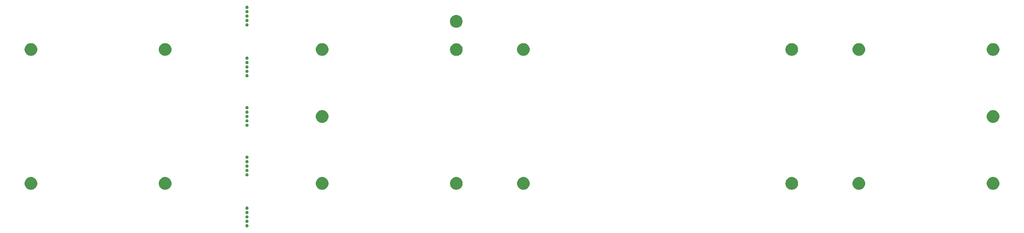
<source format=gbr>
G04 #@! TF.GenerationSoftware,KiCad,Pcbnew,(5.1.2-1)-1*
G04 #@! TF.CreationDate,2020-05-24T08:14:27-05:00*
G04 #@! TF.ProjectId,therick48.16SP_bottom_plate,74686572-6963-46b3-9438-2e313653505f,rev?*
G04 #@! TF.SameCoordinates,Original*
G04 #@! TF.FileFunction,Soldermask,Bot*
G04 #@! TF.FilePolarity,Negative*
%FSLAX46Y46*%
G04 Gerber Fmt 4.6, Leading zero omitted, Abs format (unit mm)*
G04 Created by KiCad (PCBNEW (5.1.2-1)-1) date 2020-05-24 08:14:27*
%MOMM*%
%LPD*%
G04 APERTURE LIST*
%ADD10C,0.100000*%
G04 APERTURE END LIST*
D10*
G36*
X143771552Y-109226331D02*
G01*
X143853627Y-109260328D01*
X143853629Y-109260329D01*
X143890813Y-109285175D01*
X143927495Y-109309685D01*
X143990315Y-109372505D01*
X144039672Y-109446373D01*
X144073669Y-109528448D01*
X144091000Y-109615579D01*
X144091000Y-109704421D01*
X144073669Y-109791552D01*
X144039672Y-109873627D01*
X144039671Y-109873629D01*
X143990314Y-109947496D01*
X143927496Y-110010314D01*
X143853629Y-110059671D01*
X143853628Y-110059672D01*
X143853627Y-110059672D01*
X143771552Y-110093669D01*
X143684421Y-110111000D01*
X143595579Y-110111000D01*
X143508448Y-110093669D01*
X143426373Y-110059672D01*
X143426372Y-110059672D01*
X143426371Y-110059671D01*
X143352504Y-110010314D01*
X143289686Y-109947496D01*
X143240329Y-109873629D01*
X143240328Y-109873627D01*
X143206331Y-109791552D01*
X143189000Y-109704421D01*
X143189000Y-109615579D01*
X143206331Y-109528448D01*
X143240328Y-109446373D01*
X143289685Y-109372505D01*
X143352505Y-109309685D01*
X143389187Y-109285175D01*
X143426371Y-109260329D01*
X143426373Y-109260328D01*
X143508448Y-109226331D01*
X143595579Y-109209000D01*
X143684421Y-109209000D01*
X143771552Y-109226331D01*
X143771552Y-109226331D01*
G37*
G36*
X143771552Y-107976331D02*
G01*
X143853627Y-108010328D01*
X143853629Y-108010329D01*
X143890813Y-108035175D01*
X143927495Y-108059685D01*
X143990315Y-108122505D01*
X144039672Y-108196373D01*
X144073669Y-108278448D01*
X144091000Y-108365579D01*
X144091000Y-108454421D01*
X144073669Y-108541552D01*
X144039672Y-108623627D01*
X144039671Y-108623629D01*
X143990314Y-108697496D01*
X143927496Y-108760314D01*
X143853629Y-108809671D01*
X143853628Y-108809672D01*
X143853627Y-108809672D01*
X143771552Y-108843669D01*
X143684421Y-108861000D01*
X143595579Y-108861000D01*
X143508448Y-108843669D01*
X143426373Y-108809672D01*
X143426372Y-108809672D01*
X143426371Y-108809671D01*
X143352504Y-108760314D01*
X143289686Y-108697496D01*
X143240329Y-108623629D01*
X143240328Y-108623627D01*
X143206331Y-108541552D01*
X143189000Y-108454421D01*
X143189000Y-108365579D01*
X143206331Y-108278448D01*
X143240328Y-108196373D01*
X143289685Y-108122505D01*
X143352505Y-108059685D01*
X143389187Y-108035175D01*
X143426371Y-108010329D01*
X143426373Y-108010328D01*
X143508448Y-107976331D01*
X143595579Y-107959000D01*
X143684421Y-107959000D01*
X143771552Y-107976331D01*
X143771552Y-107976331D01*
G37*
G36*
X143771552Y-106726331D02*
G01*
X143853627Y-106760328D01*
X143853629Y-106760329D01*
X143890813Y-106785175D01*
X143927495Y-106809685D01*
X143990315Y-106872505D01*
X144039672Y-106946373D01*
X144073669Y-107028448D01*
X144091000Y-107115579D01*
X144091000Y-107204421D01*
X144073669Y-107291552D01*
X144039672Y-107373627D01*
X144039671Y-107373629D01*
X143990314Y-107447496D01*
X143927496Y-107510314D01*
X143853629Y-107559671D01*
X143853628Y-107559672D01*
X143853627Y-107559672D01*
X143771552Y-107593669D01*
X143684421Y-107611000D01*
X143595579Y-107611000D01*
X143508448Y-107593669D01*
X143426373Y-107559672D01*
X143426372Y-107559672D01*
X143426371Y-107559671D01*
X143352504Y-107510314D01*
X143289686Y-107447496D01*
X143240329Y-107373629D01*
X143240328Y-107373627D01*
X143206331Y-107291552D01*
X143189000Y-107204421D01*
X143189000Y-107115579D01*
X143206331Y-107028448D01*
X143240328Y-106946373D01*
X143289685Y-106872505D01*
X143352505Y-106809685D01*
X143389187Y-106785175D01*
X143426371Y-106760329D01*
X143426373Y-106760328D01*
X143508448Y-106726331D01*
X143595579Y-106709000D01*
X143684421Y-106709000D01*
X143771552Y-106726331D01*
X143771552Y-106726331D01*
G37*
G36*
X143771552Y-105476331D02*
G01*
X143853627Y-105510328D01*
X143853629Y-105510329D01*
X143890813Y-105535175D01*
X143927495Y-105559685D01*
X143990315Y-105622505D01*
X144039672Y-105696373D01*
X144073669Y-105778448D01*
X144091000Y-105865579D01*
X144091000Y-105954421D01*
X144073669Y-106041552D01*
X144039672Y-106123627D01*
X144039671Y-106123629D01*
X143990314Y-106197496D01*
X143927496Y-106260314D01*
X143853629Y-106309671D01*
X143853628Y-106309672D01*
X143853627Y-106309672D01*
X143771552Y-106343669D01*
X143684421Y-106361000D01*
X143595579Y-106361000D01*
X143508448Y-106343669D01*
X143426373Y-106309672D01*
X143426372Y-106309672D01*
X143426371Y-106309671D01*
X143352504Y-106260314D01*
X143289686Y-106197496D01*
X143240329Y-106123629D01*
X143240328Y-106123627D01*
X143206331Y-106041552D01*
X143189000Y-105954421D01*
X143189000Y-105865579D01*
X143206331Y-105778448D01*
X143240328Y-105696373D01*
X143289685Y-105622505D01*
X143352505Y-105559685D01*
X143389187Y-105535175D01*
X143426371Y-105510329D01*
X143426373Y-105510328D01*
X143508448Y-105476331D01*
X143595579Y-105459000D01*
X143684421Y-105459000D01*
X143771552Y-105476331D01*
X143771552Y-105476331D01*
G37*
G36*
X143771552Y-104226331D02*
G01*
X143853627Y-104260328D01*
X143853629Y-104260329D01*
X143890813Y-104285175D01*
X143927495Y-104309685D01*
X143990315Y-104372505D01*
X144039672Y-104446373D01*
X144073669Y-104528448D01*
X144091000Y-104615579D01*
X144091000Y-104704421D01*
X144073669Y-104791552D01*
X144039672Y-104873627D01*
X144039671Y-104873629D01*
X143990314Y-104947496D01*
X143927496Y-105010314D01*
X143853629Y-105059671D01*
X143853628Y-105059672D01*
X143853627Y-105059672D01*
X143771552Y-105093669D01*
X143684421Y-105111000D01*
X143595579Y-105111000D01*
X143508448Y-105093669D01*
X143426373Y-105059672D01*
X143426372Y-105059672D01*
X143426371Y-105059671D01*
X143352504Y-105010314D01*
X143289686Y-104947496D01*
X143240329Y-104873629D01*
X143240328Y-104873627D01*
X143206331Y-104791552D01*
X143189000Y-104704421D01*
X143189000Y-104615579D01*
X143206331Y-104528448D01*
X143240328Y-104446373D01*
X143289685Y-104372505D01*
X143352505Y-104309685D01*
X143389187Y-104285175D01*
X143426371Y-104260329D01*
X143426373Y-104260328D01*
X143508448Y-104226331D01*
X143595579Y-104209000D01*
X143684421Y-104209000D01*
X143771552Y-104226331D01*
X143771552Y-104226331D01*
G37*
G36*
X165445331Y-95928211D02*
G01*
X165773092Y-96063974D01*
X166068070Y-96261072D01*
X166318928Y-96511930D01*
X166516026Y-96806908D01*
X166651789Y-97134669D01*
X166721000Y-97482616D01*
X166721000Y-97837384D01*
X166651789Y-98185331D01*
X166516026Y-98513092D01*
X166318928Y-98808070D01*
X166068070Y-99058928D01*
X165773092Y-99256026D01*
X165445331Y-99391789D01*
X165097384Y-99461000D01*
X164742616Y-99461000D01*
X164394669Y-99391789D01*
X164066908Y-99256026D01*
X163771930Y-99058928D01*
X163521072Y-98808070D01*
X163323974Y-98513092D01*
X163188211Y-98185331D01*
X163119000Y-97837384D01*
X163119000Y-97482616D01*
X163188211Y-97134669D01*
X163323974Y-96806908D01*
X163521072Y-96511930D01*
X163771930Y-96261072D01*
X164066908Y-96063974D01*
X164394669Y-95928211D01*
X164742616Y-95859000D01*
X165097384Y-95859000D01*
X165445331Y-95928211D01*
X165445331Y-95928211D01*
G37*
G36*
X120985322Y-95928211D02*
G01*
X121313083Y-96063974D01*
X121608061Y-96261072D01*
X121858919Y-96511930D01*
X122056017Y-96806908D01*
X122191780Y-97134669D01*
X122260991Y-97482616D01*
X122260991Y-97837384D01*
X122191780Y-98185331D01*
X122056017Y-98513092D01*
X121858919Y-98808070D01*
X121608061Y-99058928D01*
X121313083Y-99256026D01*
X120985322Y-99391789D01*
X120637375Y-99461000D01*
X120282607Y-99461000D01*
X119934660Y-99391789D01*
X119606899Y-99256026D01*
X119311921Y-99058928D01*
X119061063Y-98808070D01*
X118863965Y-98513092D01*
X118728202Y-98185331D01*
X118658991Y-97837384D01*
X118658991Y-97482616D01*
X118728202Y-97134669D01*
X118863965Y-96806908D01*
X119061063Y-96511930D01*
X119311921Y-96261072D01*
X119606899Y-96063974D01*
X119934660Y-95928211D01*
X120282607Y-95859000D01*
X120637375Y-95859000D01*
X120985322Y-95928211D01*
X120985322Y-95928211D01*
G37*
G36*
X82985322Y-95928211D02*
G01*
X83313083Y-96063974D01*
X83608061Y-96261072D01*
X83858919Y-96511930D01*
X84056017Y-96806908D01*
X84191780Y-97134669D01*
X84260991Y-97482616D01*
X84260991Y-97837384D01*
X84191780Y-98185331D01*
X84056017Y-98513092D01*
X83858919Y-98808070D01*
X83608061Y-99058928D01*
X83313083Y-99256026D01*
X82985322Y-99391789D01*
X82637375Y-99461000D01*
X82282607Y-99461000D01*
X81934660Y-99391789D01*
X81606899Y-99256026D01*
X81311921Y-99058928D01*
X81061063Y-98808070D01*
X80863965Y-98513092D01*
X80728202Y-98185331D01*
X80658991Y-97837384D01*
X80658991Y-97482616D01*
X80728202Y-97134669D01*
X80863965Y-96806908D01*
X81061063Y-96511930D01*
X81311921Y-96261072D01*
X81606899Y-96063974D01*
X81934660Y-95928211D01*
X82282607Y-95859000D01*
X82637375Y-95859000D01*
X82985322Y-95928211D01*
X82985322Y-95928211D01*
G37*
G36*
X203445331Y-95928211D02*
G01*
X203773092Y-96063974D01*
X204068070Y-96261072D01*
X204318928Y-96511930D01*
X204516026Y-96806908D01*
X204651789Y-97134669D01*
X204721000Y-97482616D01*
X204721000Y-97837384D01*
X204651789Y-98185331D01*
X204516026Y-98513092D01*
X204318928Y-98808070D01*
X204068070Y-99058928D01*
X203773092Y-99256026D01*
X203445331Y-99391789D01*
X203097384Y-99461000D01*
X202742616Y-99461000D01*
X202394669Y-99391789D01*
X202066908Y-99256026D01*
X201771930Y-99058928D01*
X201521072Y-98808070D01*
X201323974Y-98513092D01*
X201188211Y-98185331D01*
X201119000Y-97837384D01*
X201119000Y-97482616D01*
X201188211Y-97134669D01*
X201323974Y-96806908D01*
X201521072Y-96511930D01*
X201771930Y-96261072D01*
X202066908Y-96063974D01*
X202394669Y-95928211D01*
X202742616Y-95859000D01*
X203097384Y-95859000D01*
X203445331Y-95928211D01*
X203445331Y-95928211D01*
G37*
G36*
X317445331Y-95928211D02*
G01*
X317773092Y-96063974D01*
X318068070Y-96261072D01*
X318318928Y-96511930D01*
X318516026Y-96806908D01*
X318651789Y-97134669D01*
X318721000Y-97482616D01*
X318721000Y-97837384D01*
X318651789Y-98185331D01*
X318516026Y-98513092D01*
X318318928Y-98808070D01*
X318068070Y-99058928D01*
X317773092Y-99256026D01*
X317445331Y-99391789D01*
X317097384Y-99461000D01*
X316742616Y-99461000D01*
X316394669Y-99391789D01*
X316066908Y-99256026D01*
X315771930Y-99058928D01*
X315521072Y-98808070D01*
X315323974Y-98513092D01*
X315188211Y-98185331D01*
X315119000Y-97837384D01*
X315119000Y-97482616D01*
X315188211Y-97134669D01*
X315323974Y-96806908D01*
X315521072Y-96511930D01*
X315771930Y-96261072D01*
X316066908Y-96063974D01*
X316394669Y-95928211D01*
X316742616Y-95859000D01*
X317097384Y-95859000D01*
X317445331Y-95928211D01*
X317445331Y-95928211D01*
G37*
G36*
X222445331Y-95928211D02*
G01*
X222773092Y-96063974D01*
X223068070Y-96261072D01*
X223318928Y-96511930D01*
X223516026Y-96806908D01*
X223651789Y-97134669D01*
X223721000Y-97482616D01*
X223721000Y-97837384D01*
X223651789Y-98185331D01*
X223516026Y-98513092D01*
X223318928Y-98808070D01*
X223068070Y-99058928D01*
X222773092Y-99256026D01*
X222445331Y-99391789D01*
X222097384Y-99461000D01*
X221742616Y-99461000D01*
X221394669Y-99391789D01*
X221066908Y-99256026D01*
X220771930Y-99058928D01*
X220521072Y-98808070D01*
X220323974Y-98513092D01*
X220188211Y-98185331D01*
X220119000Y-97837384D01*
X220119000Y-97482616D01*
X220188211Y-97134669D01*
X220323974Y-96806908D01*
X220521072Y-96511930D01*
X220771930Y-96261072D01*
X221066908Y-96063974D01*
X221394669Y-95928211D01*
X221742616Y-95859000D01*
X222097384Y-95859000D01*
X222445331Y-95928211D01*
X222445331Y-95928211D01*
G37*
G36*
X298445331Y-95928211D02*
G01*
X298773092Y-96063974D01*
X299068070Y-96261072D01*
X299318928Y-96511930D01*
X299516026Y-96806908D01*
X299651789Y-97134669D01*
X299721000Y-97482616D01*
X299721000Y-97837384D01*
X299651789Y-98185331D01*
X299516026Y-98513092D01*
X299318928Y-98808070D01*
X299068070Y-99058928D01*
X298773092Y-99256026D01*
X298445331Y-99391789D01*
X298097384Y-99461000D01*
X297742616Y-99461000D01*
X297394669Y-99391789D01*
X297066908Y-99256026D01*
X296771930Y-99058928D01*
X296521072Y-98808070D01*
X296323974Y-98513092D01*
X296188211Y-98185331D01*
X296119000Y-97837384D01*
X296119000Y-97482616D01*
X296188211Y-97134669D01*
X296323974Y-96806908D01*
X296521072Y-96511930D01*
X296771930Y-96261072D01*
X297066908Y-96063974D01*
X297394669Y-95928211D01*
X297742616Y-95859000D01*
X298097384Y-95859000D01*
X298445331Y-95928211D01*
X298445331Y-95928211D01*
G37*
G36*
X355445331Y-95928211D02*
G01*
X355773092Y-96063974D01*
X356068070Y-96261072D01*
X356318928Y-96511930D01*
X356516026Y-96806908D01*
X356651789Y-97134669D01*
X356721000Y-97482616D01*
X356721000Y-97837384D01*
X356651789Y-98185331D01*
X356516026Y-98513092D01*
X356318928Y-98808070D01*
X356068070Y-99058928D01*
X355773092Y-99256026D01*
X355445331Y-99391789D01*
X355097384Y-99461000D01*
X354742616Y-99461000D01*
X354394669Y-99391789D01*
X354066908Y-99256026D01*
X353771930Y-99058928D01*
X353521072Y-98808070D01*
X353323974Y-98513092D01*
X353188211Y-98185331D01*
X353119000Y-97837384D01*
X353119000Y-97482616D01*
X353188211Y-97134669D01*
X353323974Y-96806908D01*
X353521072Y-96511930D01*
X353771930Y-96261072D01*
X354066908Y-96063974D01*
X354394669Y-95928211D01*
X354742616Y-95859000D01*
X355097384Y-95859000D01*
X355445331Y-95928211D01*
X355445331Y-95928211D01*
G37*
G36*
X143771552Y-94786331D02*
G01*
X143853627Y-94820328D01*
X143853629Y-94820329D01*
X143890813Y-94845175D01*
X143927495Y-94869685D01*
X143990315Y-94932505D01*
X144039672Y-95006373D01*
X144073669Y-95088448D01*
X144091000Y-95175579D01*
X144091000Y-95264421D01*
X144073669Y-95351552D01*
X144039672Y-95433627D01*
X144039671Y-95433629D01*
X143990314Y-95507496D01*
X143927496Y-95570314D01*
X143853629Y-95619671D01*
X143853628Y-95619672D01*
X143853627Y-95619672D01*
X143771552Y-95653669D01*
X143684421Y-95671000D01*
X143595579Y-95671000D01*
X143508448Y-95653669D01*
X143426373Y-95619672D01*
X143426372Y-95619672D01*
X143426371Y-95619671D01*
X143352504Y-95570314D01*
X143289686Y-95507496D01*
X143240329Y-95433629D01*
X143240328Y-95433627D01*
X143206331Y-95351552D01*
X143189000Y-95264421D01*
X143189000Y-95175579D01*
X143206331Y-95088448D01*
X143240328Y-95006373D01*
X143289685Y-94932505D01*
X143352505Y-94869685D01*
X143389187Y-94845175D01*
X143426371Y-94820329D01*
X143426373Y-94820328D01*
X143508448Y-94786331D01*
X143595579Y-94769000D01*
X143684421Y-94769000D01*
X143771552Y-94786331D01*
X143771552Y-94786331D01*
G37*
G36*
X143771552Y-93536331D02*
G01*
X143853627Y-93570328D01*
X143853629Y-93570329D01*
X143890813Y-93595175D01*
X143927495Y-93619685D01*
X143990315Y-93682505D01*
X144039672Y-93756373D01*
X144073669Y-93838448D01*
X144091000Y-93925579D01*
X144091000Y-94014421D01*
X144073669Y-94101552D01*
X144039672Y-94183627D01*
X144039671Y-94183629D01*
X143990314Y-94257496D01*
X143927496Y-94320314D01*
X143853629Y-94369671D01*
X143853628Y-94369672D01*
X143853627Y-94369672D01*
X143771552Y-94403669D01*
X143684421Y-94421000D01*
X143595579Y-94421000D01*
X143508448Y-94403669D01*
X143426373Y-94369672D01*
X143426372Y-94369672D01*
X143426371Y-94369671D01*
X143352504Y-94320314D01*
X143289686Y-94257496D01*
X143240329Y-94183629D01*
X143240328Y-94183627D01*
X143206331Y-94101552D01*
X143189000Y-94014421D01*
X143189000Y-93925579D01*
X143206331Y-93838448D01*
X143240328Y-93756373D01*
X143289685Y-93682505D01*
X143352505Y-93619685D01*
X143389187Y-93595175D01*
X143426371Y-93570329D01*
X143426373Y-93570328D01*
X143508448Y-93536331D01*
X143595579Y-93519000D01*
X143684421Y-93519000D01*
X143771552Y-93536331D01*
X143771552Y-93536331D01*
G37*
G36*
X143771552Y-92286331D02*
G01*
X143853627Y-92320328D01*
X143853629Y-92320329D01*
X143890813Y-92345175D01*
X143927495Y-92369685D01*
X143990315Y-92432505D01*
X144039672Y-92506373D01*
X144073669Y-92588448D01*
X144091000Y-92675579D01*
X144091000Y-92764421D01*
X144073669Y-92851552D01*
X144039672Y-92933627D01*
X144039671Y-92933629D01*
X143990314Y-93007496D01*
X143927496Y-93070314D01*
X143853629Y-93119671D01*
X143853628Y-93119672D01*
X143853627Y-93119672D01*
X143771552Y-93153669D01*
X143684421Y-93171000D01*
X143595579Y-93171000D01*
X143508448Y-93153669D01*
X143426373Y-93119672D01*
X143426372Y-93119672D01*
X143426371Y-93119671D01*
X143352504Y-93070314D01*
X143289686Y-93007496D01*
X143240329Y-92933629D01*
X143240328Y-92933627D01*
X143206331Y-92851552D01*
X143189000Y-92764421D01*
X143189000Y-92675579D01*
X143206331Y-92588448D01*
X143240328Y-92506373D01*
X143289685Y-92432505D01*
X143352505Y-92369685D01*
X143389187Y-92345175D01*
X143426371Y-92320329D01*
X143426373Y-92320328D01*
X143508448Y-92286331D01*
X143595579Y-92269000D01*
X143684421Y-92269000D01*
X143771552Y-92286331D01*
X143771552Y-92286331D01*
G37*
G36*
X143771552Y-91036331D02*
G01*
X143853627Y-91070328D01*
X143853629Y-91070329D01*
X143890813Y-91095175D01*
X143927495Y-91119685D01*
X143990315Y-91182505D01*
X144039672Y-91256373D01*
X144073669Y-91338448D01*
X144091000Y-91425579D01*
X144091000Y-91514421D01*
X144073669Y-91601552D01*
X144039672Y-91683627D01*
X144039671Y-91683629D01*
X143990314Y-91757496D01*
X143927496Y-91820314D01*
X143853629Y-91869671D01*
X143853628Y-91869672D01*
X143853627Y-91869672D01*
X143771552Y-91903669D01*
X143684421Y-91921000D01*
X143595579Y-91921000D01*
X143508448Y-91903669D01*
X143426373Y-91869672D01*
X143426372Y-91869672D01*
X143426371Y-91869671D01*
X143352504Y-91820314D01*
X143289686Y-91757496D01*
X143240329Y-91683629D01*
X143240328Y-91683627D01*
X143206331Y-91601552D01*
X143189000Y-91514421D01*
X143189000Y-91425579D01*
X143206331Y-91338448D01*
X143240328Y-91256373D01*
X143289685Y-91182505D01*
X143352505Y-91119685D01*
X143389187Y-91095175D01*
X143426371Y-91070329D01*
X143426373Y-91070328D01*
X143508448Y-91036331D01*
X143595579Y-91019000D01*
X143684421Y-91019000D01*
X143771552Y-91036331D01*
X143771552Y-91036331D01*
G37*
G36*
X143771552Y-89786331D02*
G01*
X143853627Y-89820328D01*
X143853629Y-89820329D01*
X143890813Y-89845175D01*
X143927495Y-89869685D01*
X143990315Y-89932505D01*
X144039672Y-90006373D01*
X144073669Y-90088448D01*
X144091000Y-90175579D01*
X144091000Y-90264421D01*
X144073669Y-90351552D01*
X144039672Y-90433627D01*
X144039671Y-90433629D01*
X143990314Y-90507496D01*
X143927496Y-90570314D01*
X143853629Y-90619671D01*
X143853628Y-90619672D01*
X143853627Y-90619672D01*
X143771552Y-90653669D01*
X143684421Y-90671000D01*
X143595579Y-90671000D01*
X143508448Y-90653669D01*
X143426373Y-90619672D01*
X143426372Y-90619672D01*
X143426371Y-90619671D01*
X143352504Y-90570314D01*
X143289686Y-90507496D01*
X143240329Y-90433629D01*
X143240328Y-90433627D01*
X143206331Y-90351552D01*
X143189000Y-90264421D01*
X143189000Y-90175579D01*
X143206331Y-90088448D01*
X143240328Y-90006373D01*
X143289685Y-89932505D01*
X143352505Y-89869685D01*
X143389187Y-89845175D01*
X143426371Y-89820329D01*
X143426373Y-89820328D01*
X143508448Y-89786331D01*
X143595579Y-89769000D01*
X143684421Y-89769000D01*
X143771552Y-89786331D01*
X143771552Y-89786331D01*
G37*
G36*
X143771552Y-80726331D02*
G01*
X143853627Y-80760328D01*
X143853629Y-80760329D01*
X143890813Y-80785175D01*
X143927495Y-80809685D01*
X143990315Y-80872505D01*
X144039672Y-80946373D01*
X144073669Y-81028448D01*
X144091000Y-81115579D01*
X144091000Y-81204421D01*
X144073669Y-81291552D01*
X144039672Y-81373627D01*
X144039671Y-81373629D01*
X143990314Y-81447496D01*
X143927496Y-81510314D01*
X143853629Y-81559671D01*
X143853628Y-81559672D01*
X143853627Y-81559672D01*
X143771552Y-81593669D01*
X143684421Y-81611000D01*
X143595579Y-81611000D01*
X143508448Y-81593669D01*
X143426373Y-81559672D01*
X143426372Y-81559672D01*
X143426371Y-81559671D01*
X143352504Y-81510314D01*
X143289686Y-81447496D01*
X143240329Y-81373629D01*
X143240328Y-81373627D01*
X143206331Y-81291552D01*
X143189000Y-81204421D01*
X143189000Y-81115579D01*
X143206331Y-81028448D01*
X143240328Y-80946373D01*
X143289685Y-80872505D01*
X143352505Y-80809685D01*
X143389187Y-80785175D01*
X143426371Y-80760329D01*
X143426373Y-80760328D01*
X143508448Y-80726331D01*
X143595579Y-80709000D01*
X143684421Y-80709000D01*
X143771552Y-80726331D01*
X143771552Y-80726331D01*
G37*
G36*
X165445331Y-76928211D02*
G01*
X165773092Y-77063974D01*
X166068070Y-77261072D01*
X166318928Y-77511930D01*
X166516026Y-77806908D01*
X166651789Y-78134669D01*
X166721000Y-78482616D01*
X166721000Y-78837384D01*
X166651789Y-79185331D01*
X166516026Y-79513092D01*
X166318928Y-79808070D01*
X166068070Y-80058928D01*
X165773092Y-80256026D01*
X165445331Y-80391789D01*
X165097384Y-80461000D01*
X164742616Y-80461000D01*
X164394669Y-80391789D01*
X164066908Y-80256026D01*
X163771930Y-80058928D01*
X163521072Y-79808070D01*
X163323974Y-79513092D01*
X163188211Y-79185331D01*
X163119000Y-78837384D01*
X163119000Y-78482616D01*
X163188211Y-78134669D01*
X163323974Y-77806908D01*
X163521072Y-77511930D01*
X163771930Y-77261072D01*
X164066908Y-77063974D01*
X164394669Y-76928211D01*
X164742616Y-76859000D01*
X165097384Y-76859000D01*
X165445331Y-76928211D01*
X165445331Y-76928211D01*
G37*
G36*
X355445331Y-76928211D02*
G01*
X355773092Y-77063974D01*
X356068070Y-77261072D01*
X356318928Y-77511930D01*
X356516026Y-77806908D01*
X356651789Y-78134669D01*
X356721000Y-78482616D01*
X356721000Y-78837384D01*
X356651789Y-79185331D01*
X356516026Y-79513092D01*
X356318928Y-79808070D01*
X356068070Y-80058928D01*
X355773092Y-80256026D01*
X355445331Y-80391789D01*
X355097384Y-80461000D01*
X354742616Y-80461000D01*
X354394669Y-80391789D01*
X354066908Y-80256026D01*
X353771930Y-80058928D01*
X353521072Y-79808070D01*
X353323974Y-79513092D01*
X353188211Y-79185331D01*
X353119000Y-78837384D01*
X353119000Y-78482616D01*
X353188211Y-78134669D01*
X353323974Y-77806908D01*
X353521072Y-77511930D01*
X353771930Y-77261072D01*
X354066908Y-77063974D01*
X354394669Y-76928211D01*
X354742616Y-76859000D01*
X355097384Y-76859000D01*
X355445331Y-76928211D01*
X355445331Y-76928211D01*
G37*
G36*
X143771552Y-79476331D02*
G01*
X143853627Y-79510328D01*
X143853629Y-79510329D01*
X143890813Y-79535175D01*
X143927495Y-79559685D01*
X143990315Y-79622505D01*
X144039672Y-79696373D01*
X144073669Y-79778448D01*
X144091000Y-79865579D01*
X144091000Y-79954421D01*
X144073669Y-80041552D01*
X144039672Y-80123627D01*
X144039671Y-80123629D01*
X143990314Y-80197496D01*
X143927496Y-80260314D01*
X143853629Y-80309671D01*
X143853628Y-80309672D01*
X143853627Y-80309672D01*
X143771552Y-80343669D01*
X143684421Y-80361000D01*
X143595579Y-80361000D01*
X143508448Y-80343669D01*
X143426373Y-80309672D01*
X143426372Y-80309672D01*
X143426371Y-80309671D01*
X143352504Y-80260314D01*
X143289686Y-80197496D01*
X143240329Y-80123629D01*
X143240328Y-80123627D01*
X143206331Y-80041552D01*
X143189000Y-79954421D01*
X143189000Y-79865579D01*
X143206331Y-79778448D01*
X143240328Y-79696373D01*
X143289685Y-79622505D01*
X143352505Y-79559685D01*
X143389187Y-79535175D01*
X143426371Y-79510329D01*
X143426373Y-79510328D01*
X143508448Y-79476331D01*
X143595579Y-79459000D01*
X143684421Y-79459000D01*
X143771552Y-79476331D01*
X143771552Y-79476331D01*
G37*
G36*
X143771552Y-78226331D02*
G01*
X143853627Y-78260328D01*
X143853629Y-78260329D01*
X143890813Y-78285175D01*
X143927495Y-78309685D01*
X143990315Y-78372505D01*
X144039672Y-78446373D01*
X144073669Y-78528448D01*
X144091000Y-78615579D01*
X144091000Y-78704421D01*
X144073669Y-78791552D01*
X144039672Y-78873627D01*
X144039671Y-78873629D01*
X143990314Y-78947496D01*
X143927496Y-79010314D01*
X143853629Y-79059671D01*
X143853628Y-79059672D01*
X143853627Y-79059672D01*
X143771552Y-79093669D01*
X143684421Y-79111000D01*
X143595579Y-79111000D01*
X143508448Y-79093669D01*
X143426373Y-79059672D01*
X143426372Y-79059672D01*
X143426371Y-79059671D01*
X143352504Y-79010314D01*
X143289686Y-78947496D01*
X143240329Y-78873629D01*
X143240328Y-78873627D01*
X143206331Y-78791552D01*
X143189000Y-78704421D01*
X143189000Y-78615579D01*
X143206331Y-78528448D01*
X143240328Y-78446373D01*
X143289685Y-78372505D01*
X143352505Y-78309685D01*
X143389187Y-78285175D01*
X143426371Y-78260329D01*
X143426373Y-78260328D01*
X143508448Y-78226331D01*
X143595579Y-78209000D01*
X143684421Y-78209000D01*
X143771552Y-78226331D01*
X143771552Y-78226331D01*
G37*
G36*
X143771552Y-76976331D02*
G01*
X143853627Y-77010328D01*
X143853629Y-77010329D01*
X143890813Y-77035175D01*
X143927495Y-77059685D01*
X143990315Y-77122505D01*
X144039672Y-77196373D01*
X144073669Y-77278448D01*
X144091000Y-77365579D01*
X144091000Y-77454421D01*
X144073669Y-77541552D01*
X144039672Y-77623627D01*
X144039671Y-77623629D01*
X143990314Y-77697496D01*
X143927496Y-77760314D01*
X143853629Y-77809671D01*
X143853628Y-77809672D01*
X143853627Y-77809672D01*
X143771552Y-77843669D01*
X143684421Y-77861000D01*
X143595579Y-77861000D01*
X143508448Y-77843669D01*
X143426373Y-77809672D01*
X143426372Y-77809672D01*
X143426371Y-77809671D01*
X143352504Y-77760314D01*
X143289686Y-77697496D01*
X143240329Y-77623629D01*
X143240328Y-77623627D01*
X143206331Y-77541552D01*
X143189000Y-77454421D01*
X143189000Y-77365579D01*
X143206331Y-77278448D01*
X143240328Y-77196373D01*
X143289685Y-77122505D01*
X143352505Y-77059685D01*
X143389187Y-77035175D01*
X143426371Y-77010329D01*
X143426373Y-77010328D01*
X143508448Y-76976331D01*
X143595579Y-76959000D01*
X143684421Y-76959000D01*
X143771552Y-76976331D01*
X143771552Y-76976331D01*
G37*
G36*
X143771552Y-75726331D02*
G01*
X143853627Y-75760328D01*
X143853629Y-75760329D01*
X143890813Y-75785175D01*
X143927495Y-75809685D01*
X143990315Y-75872505D01*
X144039672Y-75946373D01*
X144073669Y-76028448D01*
X144091000Y-76115579D01*
X144091000Y-76204421D01*
X144073669Y-76291552D01*
X144039672Y-76373627D01*
X144039671Y-76373629D01*
X143990314Y-76447496D01*
X143927496Y-76510314D01*
X143853629Y-76559671D01*
X143853628Y-76559672D01*
X143853627Y-76559672D01*
X143771552Y-76593669D01*
X143684421Y-76611000D01*
X143595579Y-76611000D01*
X143508448Y-76593669D01*
X143426373Y-76559672D01*
X143426372Y-76559672D01*
X143426371Y-76559671D01*
X143352504Y-76510314D01*
X143289686Y-76447496D01*
X143240329Y-76373629D01*
X143240328Y-76373627D01*
X143206331Y-76291552D01*
X143189000Y-76204421D01*
X143189000Y-76115579D01*
X143206331Y-76028448D01*
X143240328Y-75946373D01*
X143289685Y-75872505D01*
X143352505Y-75809685D01*
X143389187Y-75785175D01*
X143426371Y-75760329D01*
X143426373Y-75760328D01*
X143508448Y-75726331D01*
X143595579Y-75709000D01*
X143684421Y-75709000D01*
X143771552Y-75726331D01*
X143771552Y-75726331D01*
G37*
G36*
X143771552Y-66666331D02*
G01*
X143853627Y-66700328D01*
X143853629Y-66700329D01*
X143890813Y-66725175D01*
X143927495Y-66749685D01*
X143990315Y-66812505D01*
X144039672Y-66886373D01*
X144073669Y-66968448D01*
X144091000Y-67055579D01*
X144091000Y-67144421D01*
X144073669Y-67231552D01*
X144039672Y-67313627D01*
X144039671Y-67313629D01*
X143990314Y-67387496D01*
X143927496Y-67450314D01*
X143853629Y-67499671D01*
X143853628Y-67499672D01*
X143853627Y-67499672D01*
X143771552Y-67533669D01*
X143684421Y-67551000D01*
X143595579Y-67551000D01*
X143508448Y-67533669D01*
X143426373Y-67499672D01*
X143426372Y-67499672D01*
X143426371Y-67499671D01*
X143352504Y-67450314D01*
X143289686Y-67387496D01*
X143240329Y-67313629D01*
X143240328Y-67313627D01*
X143206331Y-67231552D01*
X143189000Y-67144421D01*
X143189000Y-67055579D01*
X143206331Y-66968448D01*
X143240328Y-66886373D01*
X143289685Y-66812505D01*
X143352505Y-66749685D01*
X143389187Y-66725175D01*
X143426371Y-66700329D01*
X143426373Y-66700328D01*
X143508448Y-66666331D01*
X143595579Y-66649000D01*
X143684421Y-66649000D01*
X143771552Y-66666331D01*
X143771552Y-66666331D01*
G37*
G36*
X143771552Y-65416331D02*
G01*
X143853627Y-65450328D01*
X143853629Y-65450329D01*
X143890813Y-65475175D01*
X143927495Y-65499685D01*
X143990315Y-65562505D01*
X144039672Y-65636373D01*
X144073669Y-65718448D01*
X144091000Y-65805579D01*
X144091000Y-65894421D01*
X144073669Y-65981552D01*
X144039672Y-66063627D01*
X144039671Y-66063629D01*
X143990314Y-66137496D01*
X143927496Y-66200314D01*
X143853629Y-66249671D01*
X143853628Y-66249672D01*
X143853627Y-66249672D01*
X143771552Y-66283669D01*
X143684421Y-66301000D01*
X143595579Y-66301000D01*
X143508448Y-66283669D01*
X143426373Y-66249672D01*
X143426372Y-66249672D01*
X143426371Y-66249671D01*
X143352504Y-66200314D01*
X143289686Y-66137496D01*
X143240329Y-66063629D01*
X143240328Y-66063627D01*
X143206331Y-65981552D01*
X143189000Y-65894421D01*
X143189000Y-65805579D01*
X143206331Y-65718448D01*
X143240328Y-65636373D01*
X143289685Y-65562505D01*
X143352505Y-65499685D01*
X143389187Y-65475175D01*
X143426371Y-65450329D01*
X143426373Y-65450328D01*
X143508448Y-65416331D01*
X143595579Y-65399000D01*
X143684421Y-65399000D01*
X143771552Y-65416331D01*
X143771552Y-65416331D01*
G37*
G36*
X143771552Y-64166331D02*
G01*
X143853627Y-64200328D01*
X143853629Y-64200329D01*
X143890813Y-64225175D01*
X143927495Y-64249685D01*
X143990315Y-64312505D01*
X144039672Y-64386373D01*
X144073669Y-64468448D01*
X144091000Y-64555579D01*
X144091000Y-64644421D01*
X144073669Y-64731552D01*
X144039672Y-64813627D01*
X144039671Y-64813629D01*
X143990314Y-64887496D01*
X143927496Y-64950314D01*
X143853629Y-64999671D01*
X143853628Y-64999672D01*
X143853627Y-64999672D01*
X143771552Y-65033669D01*
X143684421Y-65051000D01*
X143595579Y-65051000D01*
X143508448Y-65033669D01*
X143426373Y-64999672D01*
X143426372Y-64999672D01*
X143426371Y-64999671D01*
X143352504Y-64950314D01*
X143289686Y-64887496D01*
X143240329Y-64813629D01*
X143240328Y-64813627D01*
X143206331Y-64731552D01*
X143189000Y-64644421D01*
X143189000Y-64555579D01*
X143206331Y-64468448D01*
X143240328Y-64386373D01*
X143289685Y-64312505D01*
X143352505Y-64249685D01*
X143389187Y-64225175D01*
X143426371Y-64200329D01*
X143426373Y-64200328D01*
X143508448Y-64166331D01*
X143595579Y-64149000D01*
X143684421Y-64149000D01*
X143771552Y-64166331D01*
X143771552Y-64166331D01*
G37*
G36*
X143771552Y-62916331D02*
G01*
X143853627Y-62950328D01*
X143853629Y-62950329D01*
X143890813Y-62975175D01*
X143927495Y-62999685D01*
X143990315Y-63062505D01*
X144039672Y-63136373D01*
X144073669Y-63218448D01*
X144091000Y-63305579D01*
X144091000Y-63394421D01*
X144073669Y-63481552D01*
X144039672Y-63563627D01*
X144039671Y-63563629D01*
X143990314Y-63637496D01*
X143927496Y-63700314D01*
X143853629Y-63749671D01*
X143853628Y-63749672D01*
X143853627Y-63749672D01*
X143771552Y-63783669D01*
X143684421Y-63801000D01*
X143595579Y-63801000D01*
X143508448Y-63783669D01*
X143426373Y-63749672D01*
X143426372Y-63749672D01*
X143426371Y-63749671D01*
X143352504Y-63700314D01*
X143289686Y-63637496D01*
X143240329Y-63563629D01*
X143240328Y-63563627D01*
X143206331Y-63481552D01*
X143189000Y-63394421D01*
X143189000Y-63305579D01*
X143206331Y-63218448D01*
X143240328Y-63136373D01*
X143289685Y-63062505D01*
X143352505Y-62999685D01*
X143389187Y-62975175D01*
X143426371Y-62950329D01*
X143426373Y-62950328D01*
X143508448Y-62916331D01*
X143595579Y-62899000D01*
X143684421Y-62899000D01*
X143771552Y-62916331D01*
X143771552Y-62916331D01*
G37*
G36*
X143771552Y-61666331D02*
G01*
X143853627Y-61700328D01*
X143853629Y-61700329D01*
X143890813Y-61725175D01*
X143927495Y-61749685D01*
X143990315Y-61812505D01*
X144039672Y-61886373D01*
X144073669Y-61968448D01*
X144091000Y-62055579D01*
X144091000Y-62144421D01*
X144073669Y-62231552D01*
X144039672Y-62313627D01*
X144039671Y-62313629D01*
X143990314Y-62387496D01*
X143927496Y-62450314D01*
X143853629Y-62499671D01*
X143853628Y-62499672D01*
X143853627Y-62499672D01*
X143771552Y-62533669D01*
X143684421Y-62551000D01*
X143595579Y-62551000D01*
X143508448Y-62533669D01*
X143426373Y-62499672D01*
X143426372Y-62499672D01*
X143426371Y-62499671D01*
X143352504Y-62450314D01*
X143289686Y-62387496D01*
X143240329Y-62313629D01*
X143240328Y-62313627D01*
X143206331Y-62231552D01*
X143189000Y-62144421D01*
X143189000Y-62055579D01*
X143206331Y-61968448D01*
X143240328Y-61886373D01*
X143289685Y-61812505D01*
X143352505Y-61749685D01*
X143389187Y-61725175D01*
X143426371Y-61700329D01*
X143426373Y-61700328D01*
X143508448Y-61666331D01*
X143595579Y-61649000D01*
X143684421Y-61649000D01*
X143771552Y-61666331D01*
X143771552Y-61666331D01*
G37*
G36*
X203445331Y-57943211D02*
G01*
X203773092Y-58078974D01*
X204068070Y-58276072D01*
X204318928Y-58526930D01*
X204516026Y-58821908D01*
X204651789Y-59149669D01*
X204721000Y-59497616D01*
X204721000Y-59852384D01*
X204651789Y-60200331D01*
X204516026Y-60528092D01*
X204318928Y-60823070D01*
X204068070Y-61073928D01*
X203773092Y-61271026D01*
X203445331Y-61406789D01*
X203097384Y-61476000D01*
X202742616Y-61476000D01*
X202394669Y-61406789D01*
X202066908Y-61271026D01*
X201771930Y-61073928D01*
X201521072Y-60823070D01*
X201323974Y-60528092D01*
X201188211Y-60200331D01*
X201119000Y-59852384D01*
X201119000Y-59497616D01*
X201188211Y-59149669D01*
X201323974Y-58821908D01*
X201521072Y-58526930D01*
X201771930Y-58276072D01*
X202066908Y-58078974D01*
X202394669Y-57943211D01*
X202742616Y-57874000D01*
X203097384Y-57874000D01*
X203445331Y-57943211D01*
X203445331Y-57943211D01*
G37*
G36*
X120985322Y-57928211D02*
G01*
X121313083Y-58063974D01*
X121608061Y-58261072D01*
X121858919Y-58511930D01*
X122056017Y-58806908D01*
X122191780Y-59134669D01*
X122260991Y-59482616D01*
X122260991Y-59837384D01*
X122191780Y-60185331D01*
X122056017Y-60513092D01*
X121858919Y-60808070D01*
X121608061Y-61058928D01*
X121313083Y-61256026D01*
X120985322Y-61391789D01*
X120637375Y-61461000D01*
X120282607Y-61461000D01*
X119934660Y-61391789D01*
X119606899Y-61256026D01*
X119311921Y-61058928D01*
X119061063Y-60808070D01*
X118863965Y-60513092D01*
X118728202Y-60185331D01*
X118658991Y-59837384D01*
X118658991Y-59482616D01*
X118728202Y-59134669D01*
X118863965Y-58806908D01*
X119061063Y-58511930D01*
X119311921Y-58261072D01*
X119606899Y-58063974D01*
X119934660Y-57928211D01*
X120282607Y-57859000D01*
X120637375Y-57859000D01*
X120985322Y-57928211D01*
X120985322Y-57928211D01*
G37*
G36*
X355445331Y-57928211D02*
G01*
X355773092Y-58063974D01*
X356068070Y-58261072D01*
X356318928Y-58511930D01*
X356516026Y-58806908D01*
X356651789Y-59134669D01*
X356721000Y-59482616D01*
X356721000Y-59837384D01*
X356651789Y-60185331D01*
X356516026Y-60513092D01*
X356318928Y-60808070D01*
X356068070Y-61058928D01*
X355773092Y-61256026D01*
X355445331Y-61391789D01*
X355097384Y-61461000D01*
X354742616Y-61461000D01*
X354394669Y-61391789D01*
X354066908Y-61256026D01*
X353771930Y-61058928D01*
X353521072Y-60808070D01*
X353323974Y-60513092D01*
X353188211Y-60185331D01*
X353119000Y-59837384D01*
X353119000Y-59482616D01*
X353188211Y-59134669D01*
X353323974Y-58806908D01*
X353521072Y-58511930D01*
X353771930Y-58261072D01*
X354066908Y-58063974D01*
X354394669Y-57928211D01*
X354742616Y-57859000D01*
X355097384Y-57859000D01*
X355445331Y-57928211D01*
X355445331Y-57928211D01*
G37*
G36*
X317445331Y-57928211D02*
G01*
X317773092Y-58063974D01*
X318068070Y-58261072D01*
X318318928Y-58511930D01*
X318516026Y-58806908D01*
X318651789Y-59134669D01*
X318721000Y-59482616D01*
X318721000Y-59837384D01*
X318651789Y-60185331D01*
X318516026Y-60513092D01*
X318318928Y-60808070D01*
X318068070Y-61058928D01*
X317773092Y-61256026D01*
X317445331Y-61391789D01*
X317097384Y-61461000D01*
X316742616Y-61461000D01*
X316394669Y-61391789D01*
X316066908Y-61256026D01*
X315771930Y-61058928D01*
X315521072Y-60808070D01*
X315323974Y-60513092D01*
X315188211Y-60185331D01*
X315119000Y-59837384D01*
X315119000Y-59482616D01*
X315188211Y-59134669D01*
X315323974Y-58806908D01*
X315521072Y-58511930D01*
X315771930Y-58261072D01*
X316066908Y-58063974D01*
X316394669Y-57928211D01*
X316742616Y-57859000D01*
X317097384Y-57859000D01*
X317445331Y-57928211D01*
X317445331Y-57928211D01*
G37*
G36*
X165445331Y-57928211D02*
G01*
X165773092Y-58063974D01*
X166068070Y-58261072D01*
X166318928Y-58511930D01*
X166516026Y-58806908D01*
X166651789Y-59134669D01*
X166721000Y-59482616D01*
X166721000Y-59837384D01*
X166651789Y-60185331D01*
X166516026Y-60513092D01*
X166318928Y-60808070D01*
X166068070Y-61058928D01*
X165773092Y-61256026D01*
X165445331Y-61391789D01*
X165097384Y-61461000D01*
X164742616Y-61461000D01*
X164394669Y-61391789D01*
X164066908Y-61256026D01*
X163771930Y-61058928D01*
X163521072Y-60808070D01*
X163323974Y-60513092D01*
X163188211Y-60185331D01*
X163119000Y-59837384D01*
X163119000Y-59482616D01*
X163188211Y-59134669D01*
X163323974Y-58806908D01*
X163521072Y-58511930D01*
X163771930Y-58261072D01*
X164066908Y-58063974D01*
X164394669Y-57928211D01*
X164742616Y-57859000D01*
X165097384Y-57859000D01*
X165445331Y-57928211D01*
X165445331Y-57928211D01*
G37*
G36*
X222445331Y-57928211D02*
G01*
X222773092Y-58063974D01*
X223068070Y-58261072D01*
X223318928Y-58511930D01*
X223516026Y-58806908D01*
X223651789Y-59134669D01*
X223721000Y-59482616D01*
X223721000Y-59837384D01*
X223651789Y-60185331D01*
X223516026Y-60513092D01*
X223318928Y-60808070D01*
X223068070Y-61058928D01*
X222773092Y-61256026D01*
X222445331Y-61391789D01*
X222097384Y-61461000D01*
X221742616Y-61461000D01*
X221394669Y-61391789D01*
X221066908Y-61256026D01*
X220771930Y-61058928D01*
X220521072Y-60808070D01*
X220323974Y-60513092D01*
X220188211Y-60185331D01*
X220119000Y-59837384D01*
X220119000Y-59482616D01*
X220188211Y-59134669D01*
X220323974Y-58806908D01*
X220521072Y-58511930D01*
X220771930Y-58261072D01*
X221066908Y-58063974D01*
X221394669Y-57928211D01*
X221742616Y-57859000D01*
X222097384Y-57859000D01*
X222445331Y-57928211D01*
X222445331Y-57928211D01*
G37*
G36*
X298445331Y-57928211D02*
G01*
X298773092Y-58063974D01*
X299068070Y-58261072D01*
X299318928Y-58511930D01*
X299516026Y-58806908D01*
X299651789Y-59134669D01*
X299721000Y-59482616D01*
X299721000Y-59837384D01*
X299651789Y-60185331D01*
X299516026Y-60513092D01*
X299318928Y-60808070D01*
X299068070Y-61058928D01*
X298773092Y-61256026D01*
X298445331Y-61391789D01*
X298097384Y-61461000D01*
X297742616Y-61461000D01*
X297394669Y-61391789D01*
X297066908Y-61256026D01*
X296771930Y-61058928D01*
X296521072Y-60808070D01*
X296323974Y-60513092D01*
X296188211Y-60185331D01*
X296119000Y-59837384D01*
X296119000Y-59482616D01*
X296188211Y-59134669D01*
X296323974Y-58806908D01*
X296521072Y-58511930D01*
X296771930Y-58261072D01*
X297066908Y-58063974D01*
X297394669Y-57928211D01*
X297742616Y-57859000D01*
X298097384Y-57859000D01*
X298445331Y-57928211D01*
X298445331Y-57928211D01*
G37*
G36*
X82985322Y-57928211D02*
G01*
X83313083Y-58063974D01*
X83608061Y-58261072D01*
X83858919Y-58511930D01*
X84056017Y-58806908D01*
X84191780Y-59134669D01*
X84260991Y-59482616D01*
X84260991Y-59837384D01*
X84191780Y-60185331D01*
X84056017Y-60513092D01*
X83858919Y-60808070D01*
X83608061Y-61058928D01*
X83313083Y-61256026D01*
X82985322Y-61391789D01*
X82637375Y-61461000D01*
X82282607Y-61461000D01*
X81934660Y-61391789D01*
X81606899Y-61256026D01*
X81311921Y-61058928D01*
X81061063Y-60808070D01*
X80863965Y-60513092D01*
X80728202Y-60185331D01*
X80658991Y-59837384D01*
X80658991Y-59482616D01*
X80728202Y-59134669D01*
X80863965Y-58806908D01*
X81061063Y-58511930D01*
X81311921Y-58261072D01*
X81606899Y-58063974D01*
X81934660Y-57928211D01*
X82282607Y-57859000D01*
X82637375Y-57859000D01*
X82985322Y-57928211D01*
X82985322Y-57928211D01*
G37*
G36*
X203432631Y-49948211D02*
G01*
X203760392Y-50083974D01*
X204055370Y-50281072D01*
X204306228Y-50531930D01*
X204503326Y-50826908D01*
X204639089Y-51154669D01*
X204708300Y-51502616D01*
X204708300Y-51857384D01*
X204639089Y-52205331D01*
X204503326Y-52533092D01*
X204306228Y-52828070D01*
X204055370Y-53078928D01*
X203760392Y-53276026D01*
X203432631Y-53411789D01*
X203084684Y-53481000D01*
X202729916Y-53481000D01*
X202381969Y-53411789D01*
X202054208Y-53276026D01*
X201759230Y-53078928D01*
X201508372Y-52828070D01*
X201311274Y-52533092D01*
X201175511Y-52205331D01*
X201106300Y-51857384D01*
X201106300Y-51502616D01*
X201175511Y-51154669D01*
X201311274Y-50826908D01*
X201508372Y-50531930D01*
X201759230Y-50281072D01*
X202054208Y-50083974D01*
X202381969Y-49948211D01*
X202729916Y-49879000D01*
X203084684Y-49879000D01*
X203432631Y-49948211D01*
X203432631Y-49948211D01*
G37*
G36*
X143771552Y-52226331D02*
G01*
X143853627Y-52260328D01*
X143853629Y-52260329D01*
X143890813Y-52285175D01*
X143927495Y-52309685D01*
X143990315Y-52372505D01*
X144039672Y-52446373D01*
X144073669Y-52528448D01*
X144091000Y-52615579D01*
X144091000Y-52704421D01*
X144073669Y-52791552D01*
X144039672Y-52873627D01*
X144039671Y-52873629D01*
X143990314Y-52947496D01*
X143927496Y-53010314D01*
X143853629Y-53059671D01*
X143853628Y-53059672D01*
X143853627Y-53059672D01*
X143771552Y-53093669D01*
X143684421Y-53111000D01*
X143595579Y-53111000D01*
X143508448Y-53093669D01*
X143426373Y-53059672D01*
X143426372Y-53059672D01*
X143426371Y-53059671D01*
X143352504Y-53010314D01*
X143289686Y-52947496D01*
X143240329Y-52873629D01*
X143240328Y-52873627D01*
X143206331Y-52791552D01*
X143189000Y-52704421D01*
X143189000Y-52615579D01*
X143206331Y-52528448D01*
X143240328Y-52446373D01*
X143289685Y-52372505D01*
X143352505Y-52309685D01*
X143389187Y-52285175D01*
X143426371Y-52260329D01*
X143426373Y-52260328D01*
X143508448Y-52226331D01*
X143595579Y-52209000D01*
X143684421Y-52209000D01*
X143771552Y-52226331D01*
X143771552Y-52226331D01*
G37*
G36*
X143771552Y-50976331D02*
G01*
X143853627Y-51010328D01*
X143853629Y-51010329D01*
X143890813Y-51035175D01*
X143927495Y-51059685D01*
X143990315Y-51122505D01*
X144039672Y-51196373D01*
X144073669Y-51278448D01*
X144091000Y-51365579D01*
X144091000Y-51454421D01*
X144073669Y-51541552D01*
X144039672Y-51623627D01*
X144039671Y-51623629D01*
X143990314Y-51697496D01*
X143927496Y-51760314D01*
X143853629Y-51809671D01*
X143853628Y-51809672D01*
X143853627Y-51809672D01*
X143771552Y-51843669D01*
X143684421Y-51861000D01*
X143595579Y-51861000D01*
X143508448Y-51843669D01*
X143426373Y-51809672D01*
X143426372Y-51809672D01*
X143426371Y-51809671D01*
X143352504Y-51760314D01*
X143289686Y-51697496D01*
X143240329Y-51623629D01*
X143240328Y-51623627D01*
X143206331Y-51541552D01*
X143189000Y-51454421D01*
X143189000Y-51365579D01*
X143206331Y-51278448D01*
X143240328Y-51196373D01*
X143289685Y-51122505D01*
X143352505Y-51059685D01*
X143389187Y-51035175D01*
X143426371Y-51010329D01*
X143426373Y-51010328D01*
X143508448Y-50976331D01*
X143595579Y-50959000D01*
X143684421Y-50959000D01*
X143771552Y-50976331D01*
X143771552Y-50976331D01*
G37*
G36*
X143771552Y-49726331D02*
G01*
X143853627Y-49760328D01*
X143853629Y-49760329D01*
X143890813Y-49785175D01*
X143927495Y-49809685D01*
X143990315Y-49872505D01*
X144039672Y-49946373D01*
X144073669Y-50028448D01*
X144091000Y-50115579D01*
X144091000Y-50204421D01*
X144073669Y-50291552D01*
X144039672Y-50373627D01*
X144039671Y-50373629D01*
X143990314Y-50447496D01*
X143927496Y-50510314D01*
X143853629Y-50559671D01*
X143853628Y-50559672D01*
X143853627Y-50559672D01*
X143771552Y-50593669D01*
X143684421Y-50611000D01*
X143595579Y-50611000D01*
X143508448Y-50593669D01*
X143426373Y-50559672D01*
X143426372Y-50559672D01*
X143426371Y-50559671D01*
X143352504Y-50510314D01*
X143289686Y-50447496D01*
X143240329Y-50373629D01*
X143240328Y-50373627D01*
X143206331Y-50291552D01*
X143189000Y-50204421D01*
X143189000Y-50115579D01*
X143206331Y-50028448D01*
X143240328Y-49946373D01*
X143289685Y-49872505D01*
X143352505Y-49809685D01*
X143389187Y-49785175D01*
X143426371Y-49760329D01*
X143426373Y-49760328D01*
X143508448Y-49726331D01*
X143595579Y-49709000D01*
X143684421Y-49709000D01*
X143771552Y-49726331D01*
X143771552Y-49726331D01*
G37*
G36*
X143771552Y-48476331D02*
G01*
X143853627Y-48510328D01*
X143853629Y-48510329D01*
X143890813Y-48535175D01*
X143927495Y-48559685D01*
X143990315Y-48622505D01*
X144039672Y-48696373D01*
X144073669Y-48778448D01*
X144091000Y-48865579D01*
X144091000Y-48954421D01*
X144073669Y-49041552D01*
X144039672Y-49123627D01*
X144039671Y-49123629D01*
X143990314Y-49197496D01*
X143927496Y-49260314D01*
X143853629Y-49309671D01*
X143853628Y-49309672D01*
X143853627Y-49309672D01*
X143771552Y-49343669D01*
X143684421Y-49361000D01*
X143595579Y-49361000D01*
X143508448Y-49343669D01*
X143426373Y-49309672D01*
X143426372Y-49309672D01*
X143426371Y-49309671D01*
X143352504Y-49260314D01*
X143289686Y-49197496D01*
X143240329Y-49123629D01*
X143240328Y-49123627D01*
X143206331Y-49041552D01*
X143189000Y-48954421D01*
X143189000Y-48865579D01*
X143206331Y-48778448D01*
X143240328Y-48696373D01*
X143289685Y-48622505D01*
X143352505Y-48559685D01*
X143389187Y-48535175D01*
X143426371Y-48510329D01*
X143426373Y-48510328D01*
X143508448Y-48476331D01*
X143595579Y-48459000D01*
X143684421Y-48459000D01*
X143771552Y-48476331D01*
X143771552Y-48476331D01*
G37*
G36*
X143771552Y-47226331D02*
G01*
X143853627Y-47260328D01*
X143853629Y-47260329D01*
X143890813Y-47285175D01*
X143927495Y-47309685D01*
X143990315Y-47372505D01*
X144039672Y-47446373D01*
X144073669Y-47528448D01*
X144091000Y-47615579D01*
X144091000Y-47704421D01*
X144073669Y-47791552D01*
X144039672Y-47873627D01*
X144039671Y-47873629D01*
X143990314Y-47947496D01*
X143927496Y-48010314D01*
X143853629Y-48059671D01*
X143853628Y-48059672D01*
X143853627Y-48059672D01*
X143771552Y-48093669D01*
X143684421Y-48111000D01*
X143595579Y-48111000D01*
X143508448Y-48093669D01*
X143426373Y-48059672D01*
X143426372Y-48059672D01*
X143426371Y-48059671D01*
X143352504Y-48010314D01*
X143289686Y-47947496D01*
X143240329Y-47873629D01*
X143240328Y-47873627D01*
X143206331Y-47791552D01*
X143189000Y-47704421D01*
X143189000Y-47615579D01*
X143206331Y-47528448D01*
X143240328Y-47446373D01*
X143289685Y-47372505D01*
X143352505Y-47309685D01*
X143389187Y-47285175D01*
X143426371Y-47260329D01*
X143426373Y-47260328D01*
X143508448Y-47226331D01*
X143595579Y-47209000D01*
X143684421Y-47209000D01*
X143771552Y-47226331D01*
X143771552Y-47226331D01*
G37*
M02*

</source>
